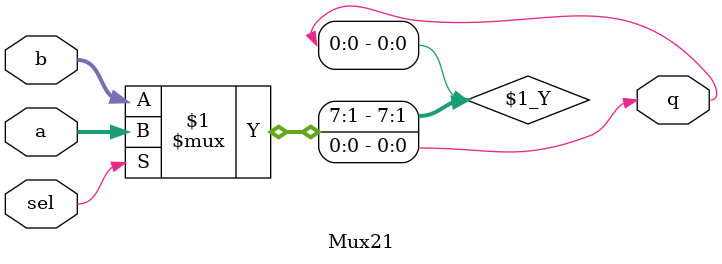
<source format=v>
module Mux21
#(
    parameter DATA_WIDTH = 8
)
(
    input [DATA_WIDTH-1:0] a,
    input [DATA_WIDTH-1:0] b,
    input sel,
    output q
);

    assign q = sel?a:b;

endmodule
</source>
